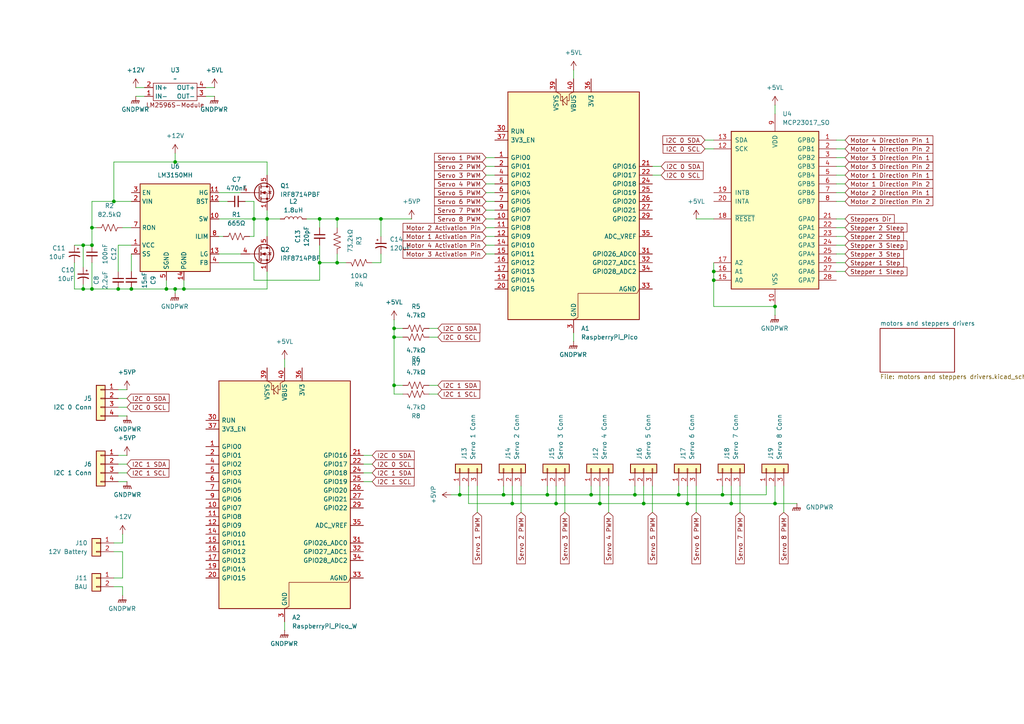
<source format=kicad_sch>
(kicad_sch (version 20250114) (generator "eeschema") (generator_version "9.0")
  (paper "A4")
  (lib_symbols
    (symbol "Connector_Generic:Conn_01x02" (pin_names (offset 1.016) (hide yes))
      (property "Reference" "J" (at 0 2.54 0))
      (property "Value" "Conn_01x02" (at 0 -5.08 0))
      (symbol "Conn_01x02_1_1"
        (pin passive line (at -5.08 0 0) (length 3.81) (name "Pin_1") (number "1"))
        (pin passive line (at -5.08 -2.54 0) (length 3.81) (name "Pin_2") (number "2"))
      )
    )
    (symbol "Connector_Generic:Conn_01x03" (pin_names (offset 1.016) (hide yes))
      (property "Reference" "J" (at 0 5.08 0))
      (property "Value" "Conn_01x03" (at 0 -5.08 0))
      (symbol "Conn_01x03_1_1"
        (pin passive line (at -5.08 2.54 0) (length 3.81) (name "Pin_1") (number "1"))
        (pin passive line (at -5.08 0 0) (length 3.81) (name "Pin_2") (number "2"))
        (pin passive line (at -5.08 -2.54 0) (length 3.81) (name "Pin_3") (number "3"))
      )
    )
    (symbol "Connector_Generic:Conn_01x04" (pin_names (offset 1.016) (hide yes))
      (property "Reference" "J" (at 0 5.08 0))
      (property "Value" "Conn_01x04" (at 0 -7.62 0))
      (symbol "Conn_01x04_1_1"
        (pin passive line (at -5.08 2.54 0) (length 3.81) (name "Pin_1") (number "1"))
        (pin passive line (at -5.08 0 0) (length 3.81) (name "Pin_2") (number "2"))
        (pin passive line (at -5.08 -2.54 0) (length 3.81) (name "Pin_3") (number "3"))
        (pin passive line (at -5.08 -5.08 0) (length 3.81) (name "Pin_4") (number "4"))
      )
    )
    (symbol "Device:C_Polarized_Small_US" (pin_numbers (hide yes)) (pin_names (offset 0.254) (hide yes))
      (property "Reference" "C" (at 0.254 1.778 0))
      (property "Value" "C_Polarized_Small_US" (at 0.254 -2.032 0))
      (symbol "C_Polarized_Small_US_1_1"
        (pin passive line (at 0 2.54 270) (length 2.032) (name "~") (number "1"))
        (pin passive line (at 0 -2.54 90) (length 2.032) (name "~") (number "2"))
      )
    )
    (symbol "Device:C_Small" (pin_numbers (hide yes)) (pin_names (offset 0.254) (hide yes))
      (property "Reference" "C" (at 0.254 1.778 0))
      (property "Value" "C_Small" (at 0.254 -2.032 0))
      (symbol "C_Small_1_1"
        (pin passive line (at 0 2.54 270) (length 2.032) (name "~") (number "1"))
        (pin passive line (at 0 -2.54 90) (length 2.032) (name "~") (number "2"))
      )
    )
    (symbol "Device:L" (pin_numbers (hide yes)) (pin_names (offset 1.016) (hide yes))
      (property "Reference" "L" (at -1.27 0 90))
      (property "Value" "L" (at 1.905 0 90))
      (symbol "L_1_1"
        (pin passive line (at 0 3.81 270) (length 1.27) (name "1") (number "1"))
        (pin passive line (at 0 -3.81 90) (length 1.27) (name "2") (number "2"))
      )
    )
    (symbol "Device:R_US" (pin_numbers (hide yes)) (pin_names (offset 0))
      (property "Reference" "R" (at 2.54 0 90))
      (property "Value" "R_US" (at -2.54 0 90))
      (symbol "R_US_1_1"
        (pin passive line (at 0 3.81 270) (length 1.27) (name "~") (number "1"))
        (pin passive line (at 0 -3.81 90) (length 1.27) (name "~") (number "2"))
      )
    )
    (symbol "Interface_Expansion:MCP23017_SO" (pin_names (offset 1.016))
      (property "Reference" "U" (at -11.43 24.13 0))
      (property "Value" "MCP23017_SO" (at 0 0 0))
      (symbol "MCP23017_SO_1_1"
        (pin bidirectional line (at -17.78 20.32 0) (length 5.08) (name "SDA") (number "13"))
        (pin input line (at -17.78 17.78 0) (length 5.08) (name "SCK") (number "12"))
        (pin tri_state line (at -17.78 5.08 0) (length 5.08) (name "INTB") (number "19"))
        (pin tri_state line (at -17.78 2.54 0) (length 5.08) (name "INTA") (number "20"))
        (pin input line (at -17.78 -2.54 0) (length 5.08) (name "~{RESET}") (number "18"))
        (pin input line (at -17.78 -15.24 0) (length 5.08) (name "A2") (number "17"))
        (pin input line (at -17.78 -17.78 0) (length 5.08) (name "A1") (number "16"))
        (pin input line (at -17.78 -20.32 0) (length 5.08) (name "A0") (number "15"))
        (pin no_connect line (at -12.7 15.24 0) (length 5.08) (hide yes) (name "NC") (number "11"))
        (pin no_connect line (at -12.7 12.7 0) (length 5.08) (hide yes) (name "NC") (number "14"))
        (pin power_in line (at 0 27.94 270) (length 5.08) (name "VDD") (number "9"))
        (pin power_in line (at 0 -27.94 90) (length 5.08) (name "VSS") (number "10"))
        (pin bidirectional line (at 17.78 20.32 180) (length 5.08) (name "GPB0") (number "1"))
        (pin bidirectional line (at 17.78 17.78 180) (length 5.08) (name "GPB1") (number "2"))
        (pin bidirectional line (at 17.78 15.24 180) (length 5.08) (name "GPB2") (number "3"))
        (pin bidirectional line (at 17.78 12.7 180) (length 5.08) (name "GPB3") (number "4"))
        (pin bidirectional line (at 17.78 10.16 180) (length 5.08) (name "GPB4") (number "5"))
        (pin bidirectional line (at 17.78 7.62 180) (length 5.08) (name "GPB5") (number "6"))
        (pin bidirectional line (at 17.78 5.08 180) (length 5.08) (name "GPB6") (number "7"))
        (pin output line (at 17.78 2.54 180) (length 5.08) (name "GPB7") (number "8"))
        (pin bidirectional line (at 17.78 -2.54 180) (length 5.08) (name "GPA0") (number "21"))
        (pin bidirectional line (at 17.78 -5.08 180) (length 5.08) (name "GPA1") (number "22"))
        (pin bidirectional line (at 17.78 -7.62 180) (length 5.08) (name "GPA2") (number "23"))
        (pin bidirectional line (at 17.78 -10.16 180) (length 5.08) (name "GPA3") (number "24"))
        (pin bidirectional line (at 17.78 -12.7 180) (length 5.08) (name "GPA4") (number "25"))
        (pin bidirectional line (at 17.78 -15.24 180) (length 5.08) (name "GPA5") (number "26"))
        (pin bidirectional line (at 17.78 -17.78 180) (length 5.08) (name "GPA6") (number "27"))
        (pin output line (at 17.78 -20.32 180) (length 5.08) (name "GPA7") (number "28"))
      )
    )
    (symbol "LM2596S-Module:LM2596S-Module"
      (property "Reference" "U" (at 0 3.556 0))
      (symbol "LM2596S-Module_1_1"
        (text "LM2596S-Module" (at 0 -3.81 0) (effects (font (size 1.27 1.27))))
        (pin input line (at -8.89 1.27 0) (length 2.54) (name "IN+") (number "2"))
        (pin input line (at -8.89 -1.27 0) (length 2.54) (name "IN-") (number "1"))
        (pin input line (at 8.89 1.27 180) (length 2.54) (name "OUT+") (number "4"))
        (pin input line (at 8.89 -1.27 180) (length 2.54) (name "OUT-") (number "3"))
      )
    )
    (symbol "MCU_Module:RaspberryPi_Pico" (pin_names (offset 0.762))
      (property "Reference" "A" (at -19.05 35.56 0))
      (property "Value" "RaspberryPi_Pico" (at 7.62 35.56 0))
      (symbol "RaspberryPi_Pico_1_1"
        (pin passive line (at -22.86 22.86 0) (length 3.81) (name "RUN") (number "30"))
        (pin passive line (at -22.86 20.32 0) (length 3.81) (name "3V3_EN") (number "37"))
        (pin bidirectional line (at -22.86 15.24 0) (length 3.81) (name "GPIO0") (number "1"))
        (pin bidirectional line (at -22.86 12.7 0) (length 3.81) (name "GPIO1") (number "2"))
        (pin bidirectional line (at -22.86 10.16 0) (length 3.81) (name "GPIO2") (number "4"))
        (pin bidirectional line (at -22.86 7.62 0) (length 3.81) (name "GPIO3") (number "5"))
        (pin bidirectional line (at -22.86 5.08 0) (length 3.81) (name "GPIO4") (number "6"))
        (pin bidirectional line (at -22.86 2.54 0) (length 3.81) (name "GPIO5") (number "7"))
        (pin bidirectional line (at -22.86 0 0) (length 3.81) (name "GPIO6") (number "9"))
        (pin bidirectional line (at -22.86 -2.54 0) (length 3.81) (name "GPIO7") (number "10"))
        (pin bidirectional line (at -22.86 -5.08 0) (length 3.81) (name "GPIO8") (number "11"))
        (pin bidirectional line (at -22.86 -7.62 0) (length 3.81) (name "GPIO9") (number "12"))
        (pin bidirectional line (at -22.86 -10.16 0) (length 3.81) (name "GPIO10") (number "14"))
        (pin bidirectional line (at -22.86 -12.7 0) (length 3.81) (name "GPIO11") (number "15"))
        (pin bidirectional line (at -22.86 -15.24 0) (length 3.81) (name "GPIO12") (number "16"))
        (pin bidirectional line (at -22.86 -17.78 0) (length 3.81) (name "GPIO13") (number "17"))
        (pin bidirectional line (at -22.86 -20.32 0) (length 3.81) (name "GPIO14") (number "19"))
        (pin bidirectional line (at -22.86 -22.86 0) (length 3.81) (name "GPIO15") (number "20"))
        (pin power_in line (at -5.08 38.1 270) (length 3.81) (name "VSYS") (number "39"))
        (pin power_out line (at 0 38.1 270) (length 3.81) (name "VBUS") (number "40"))
        (pin passive line (at 0 -35.56 90) (length 3.81) (hide yes) (name "GND") (number "13"))
        (pin passive line (at 0 -35.56 90) (length 3.81) (hide yes) (name "GND") (number "18"))
        (pin passive line (at 0 -35.56 90) (length 3.81) (hide yes) (name "GND") (number "23"))
        (pin passive line (at 0 -35.56 90) (length 3.81) (hide yes) (name "GND") (number "28"))
        (pin power_out line (at 0 -35.56 90) (length 3.81) (name "GND") (number "3"))
        (pin passive line (at 0 -35.56 90) (length 3.81) (hide yes) (name "GND") (number "38"))
        (pin passive line (at 0 -35.56 90) (length 3.81) (hide yes) (name "GND") (number "8"))
        (pin power_out line (at 5.08 38.1 270) (length 3.81) (name "3V3") (number "36"))
        (pin bidirectional line (at 22.86 12.7 180) (length 3.81) (name "GPIO16") (number "21"))
        (pin bidirectional line (at 22.86 10.16 180) (length 3.81) (name "GPIO17") (number "22"))
        (pin bidirectional line (at 22.86 7.62 180) (length 3.81) (name "GPIO18") (number "24"))
        (pin bidirectional line (at 22.86 5.08 180) (length 3.81) (name "GPIO19") (number "25"))
        (pin bidirectional line (at 22.86 2.54 180) (length 3.81) (name "GPIO20") (number "26"))
        (pin bidirectional line (at 22.86 0 180) (length 3.81) (name "GPIO21") (number "27"))
        (pin bidirectional line (at 22.86 -2.54 180) (length 3.81) (name "GPIO22") (number "29"))
        (pin power_in line (at 22.86 -7.62 180) (length 3.81) (name "ADC_VREF") (number "35"))
        (pin bidirectional line (at 22.86 -12.7 180) (length 3.81) (name "GPIO26_ADC0") (number "31"))
        (pin bidirectional line (at 22.86 -15.24 180) (length 3.81) (name "GPIO27_ADC1") (number "32"))
        (pin bidirectional line (at 22.86 -17.78 180) (length 3.81) (name "GPIO28_ADC2") (number "34"))
        (pin power_out line (at 22.86 -22.86 180) (length 3.81) (name "AGND") (number "33"))
      )
    )
    (symbol "MCU_Module:RaspberryPi_Pico_W" (pin_names (offset 0.762))
      (property "Reference" "A" (at -19.05 35.56 0))
      (property "Value" "RaspberryPi_Pico_W" (at 7.62 35.56 0))
      (symbol "RaspberryPi_Pico_W_1_1"
        (pin passive line (at -22.86 22.86 0) (length 3.81) (name "RUN") (number "30"))
        (pin passive line (at -22.86 20.32 0) (length 3.81) (name "3V3_EN") (number "37"))
        (pin bidirectional line (at -22.86 15.24 0) (length 3.81) (name "GPIO0") (number "1"))
        (pin bidirectional line (at -22.86 12.7 0) (length 3.81) (name "GPIO1") (number "2"))
        (pin bidirectional line (at -22.86 10.16 0) (length 3.81) (name "GPIO2") (number "4"))
        (pin bidirectional line (at -22.86 7.62 0) (length 3.81) (name "GPIO3") (number "5"))
        (pin bidirectional line (at -22.86 5.08 0) (length 3.81) (name "GPIO4") (number "6"))
        (pin bidirectional line (at -22.86 2.54 0) (length 3.81) (name "GPIO5") (number "7"))
        (pin bidirectional line (at -22.86 0 0) (length 3.81) (name "GPIO6") (number "9"))
        (pin bidirectional line (at -22.86 -2.54 0) (length 3.81) (name "GPIO7") (number "10"))
        (pin bidirectional line (at -22.86 -5.08 0) (length 3.81) (name "GPIO8") (number "11"))
        (pin bidirectional line (at -22.86 -7.62 0) (length 3.81) (name "GPIO9") (number "12"))
        (pin bidirectional line (at -22.86 -10.16 0) (length 3.81) (name "GPIO10") (number "14"))
        (pin bidirectional line (at -22.86 -12.7 0) (length 3.81) (name "GPIO11") (number "15"))
        (pin bidirectional line (at -22.86 -15.24 0) (length 3.81) (name "GPIO12") (number "16"))
        (pin bidirectional line (at -22.86 -17.78 0) (length 3.81) (name "GPIO13") (number "17"))
        (pin bidirectional line (at -22.86 -20.32 0) (length 3.81) (name "GPIO14") (number "19"))
        (pin bidirectional line (at -22.86 -22.86 0) (length 3.81) (name "GPIO15") (number "20"))
        (pin power_in line (at -5.08 38.1 270) (length 3.81) (name "VSYS") (number "39"))
        (pin power_out line (at 0 38.1 270) (length 3.81) (name "VBUS") (number "40"))
        (pin passive line (at 0 -35.56 90) (length 3.81) (hide yes) (name "GND") (number "13"))
        (pin passive line (at 0 -35.56 90) (length 3.81) (hide yes) (name "GND") (number "18"))
        (pin passive line (at 0 -35.56 90) (length 3.81) (hide yes) (name "GND") (number "23"))
        (pin passive line (at 0 -35.56 90) (length 3.81) (hide yes) (name "GND") (number "28"))
        (pin power_out line (at 0 -35.56 90) (length 3.81) (name "GND") (number "3"))
        (pin passive line (at 0 -35.56 90) (length 3.81) (hide yes) (name "GND") (number "38"))
        (pin passive line (at 0 -35.56 90) (length 3.81) (hide yes) (name "GND") (number "8"))
        (pin power_out line (at 5.08 38.1 270) (length 3.81) (name "3V3") (number "36"))
        (pin bidirectional line (at 22.86 12.7 180) (length 3.81) (name "GPIO16") (number "21"))
        (pin bidirectional line (at 22.86 10.16 180) (length 3.81) (name "GPIO17") (number "22"))
        (pin bidirectional line (at 22.86 7.62 180) (length 3.81) (name "GPIO18") (number "24"))
        (pin bidirectional line (at 22.86 5.08 180) (length 3.81) (name "GPIO19") (number "25"))
        (pin bidirectional line (at 22.86 2.54 180) (length 3.81) (name "GPIO20") (number "26"))
        (pin bidirectional line (at 22.86 0 180) (length 3.81) (name "GPIO21") (number "27"))
        (pin bidirectional line (at 22.86 -2.54 180) (length 3.81) (name "GPIO22") (number "29"))
        (pin power_in line (at 22.86 -7.62 180) (length 3.81) (name "ADC_VREF") (number "35"))
        (pin bidirectional line (at 22.86 -12.7 180) (length 3.81) (name "GPIO26_ADC0") (number "31"))
        (pin bidirectional line (at 22.86 -15.24 180) (length 3.81) (name "GPIO27_ADC1") (number "32"))
        (pin bidirectional line (at 22.86 -17.78 180) (length 3.81) (name "GPIO28_ADC2") (number "34"))
        (pin power_out line (at 22.86 -22.86 180) (length 3.81) (name "AGND") (number "33"))
      )
    )
    (symbol "Regulator_Switching:LM3150MH"
      (property "Reference" "U" (at -10.16 13.97 0))
      (property "Value" "LM3150MH" (at 2.54 13.97 0))
      (symbol "LM3150MH_1_1"
        (pin input line (at -12.7 10.16 0) (length 2.54) (name "EN") (number "3"))
        (pin power_in line (at -12.7 7.62 0) (length 2.54) (name "VIN") (number "2"))
        (pin input line (at -12.7 0 0) (length 2.54) (name "RON") (number "7"))
        (pin power_out line (at -12.7 -5.08 0) (length 2.54) (name "VCC") (number "1"))
        (pin passive line (at -12.7 -7.62 0) (length 2.54) (name "SS") (number "6"))
        (pin passive line (at -2.54 -15.24 90) (length 2.54) (hide yes) (name "SGND") (number "15"))
        (pin power_in line (at -2.54 -15.24 90) (length 2.54) (name "SGND") (number "5"))
        (pin passive line (at -2.54 -15.24 90) (length 2.54) (hide yes) (name "SGND") (number "9"))
        (pin power_in line (at 2.54 -15.24 90) (length 2.54) (name "PGND") (number "14"))
        (pin output line (at 12.7 10.16 180) (length 2.54) (name "HG") (number "11"))
        (pin passive line (at 12.7 7.62 180) (length 2.54) (name "BST") (number "12"))
        (pin output line (at 12.7 2.54 180) (length 2.54) (name "SW") (number "10"))
        (pin input line (at 12.7 -2.54 180) (length 2.54) (name "ILIM") (number "8"))
        (pin output line (at 12.7 -7.62 180) (length 2.54) (name "LG") (number "13"))
        (pin input line (at 12.7 -10.16 180) (length 2.54) (name "FB") (number "4"))
      )
    )
    (symbol "Transistor_FET:IRF8721PBF-1" (pin_names (hide yes))
      (property "Reference" "Q" (at 5.08 2.54 0))
      (property "Value" "IRF8721PBF-1" (at 5.08 0 0))
      (symbol "IRF8721PBF-1_1_1"
        (pin input line (at -5.08 0 0) (length 2.54) (name "G") (number "4"))
        (pin passive line (at 2.54 5.08 270) (length 2.54) (name "D") (number "5"))
        (pin passive line (at 2.54 5.08 270) (length 2.54) (hide yes) (name "D") (number "6"))
        (pin passive line (at 2.54 5.08 270) (length 2.54) (hide yes) (name "D") (number "7"))
        (pin passive line (at 2.54 5.08 270) (length 2.54) (hide yes) (name "D") (number "8"))
        (pin passive line (at 2.54 -5.08 90) (length 2.54) (name "S") (number "1"))
        (pin passive line (at 2.54 -5.08 90) (length 2.54) (hide yes) (name "S") (number "2"))
        (pin passive line (at 2.54 -5.08 90) (length 2.54) (hide yes) (name "S") (number "3"))
      )
    )
    (symbol "power:+12V" (power) (pin_numbers (hide yes)) (pin_names (offset 0) (hide yes))
      (property "Value" "+12V" (at 0 3.556 0))
      (symbol "+12V_1_1"
        (pin power_in line (at 0 0 90) (length 0) (name "~") (number "1"))
      )
    )
    (symbol "power:+5VL" (power) (pin_numbers (hide yes)) (pin_names (offset 0) (hide yes))
      (property "Value" "+5VL" (at 0 3.556 0))
      (symbol "+5VL_1_1"
        (pin power_in line (at 0 0 90) (length 0) (name "~") (number "1"))
      )
    )
    (symbol "power:+5VP" (power) (pin_numbers (hide yes)) (pin_names (offset 0) (hide yes))
      (property "Value" "+5VP" (at 0 3.556 0))
      (symbol "+5VP_1_1"
        (pin power_in line (at 0 0 90) (length 0) (name "~") (number "1"))
      )
    )
    (symbol "power:GNDPWR" (power) (pin_numbers (hide yes)) (pin_names (offset 0) (hide yes))
      (property "Value" "GNDPWR" (at 0 -3.302 0))
      (symbol "GNDPWR_1_1"
        (pin power_in line (at 0 0 270) (length 0) (name "~") (number "1"))
      )
    )
  )
  (junction (at 26.67 66.04))
  (junction (at 224.79 88.9))
  (junction (at 50.8 83.82))
  (junction (at 38.1 83.82))
  (junction (at 48.26 83.82))
  (junction (at 207.01 81.28))
  (junction (at 34.29 83.82))
  (junction (at 133.35 143.51))
  (junction (at 184.15 143.51))
  (junction (at 209.55 143.51))
  (junction (at 110.49 63.5))
  (junction (at 53.34 83.82))
  (junction (at 73.66 63.5))
  (junction (at 114.3 97.79))
  (junction (at 196.85 143.51))
  (junction (at 207.01 78.74))
  (junction (at 77.47 63.5))
  (junction (at 33.02 58.42))
  (junction (at 26.67 71.12))
  (junction (at 148.59 146.05))
  (junction (at 97.79 76.2))
  (junction (at 24.13 71.12))
  (junction (at 50.8 46.99))
  (junction (at 171.45 143.51))
  (junction (at 92.71 63.5))
  (junction (at 158.75 143.51))
  (junction (at 173.99 146.05))
  (junction (at 186.69 146.05))
  (junction (at 212.09 146.05))
  (junction (at 114.3 95.25))
  (junction (at 224.79 146.05))
  (junction (at 26.67 83.82))
  (junction (at 24.13 83.82))
  (junction (at 146.05 143.51))
  (junction (at 114.3 111.76))
  (junction (at 97.79 63.5))
  (junction (at 92.71 76.2))
  (junction (at 161.29 146.05))
  (junction (at 199.39 146.05))
  (wire (pts (xy 207.01 76.2) (xy 207.01 78.74)))
  (wire (pts (xy 148.59 146.05) (xy 161.29 146.05)))
  (wire (pts (xy 77.47 60.96) (xy 77.47 63.5)))
  (wire (pts (xy 204.47 40.64) (xy 207.01 40.64)))
  (wire (pts (xy 146.05 143.51) (xy 146.05 140.97)))
  (wire (pts (xy 140.97 73.66) (xy 143.51 73.66)))
  (wire (pts (xy 26.67 66.04) (xy 27.94 66.04)))
  (wire (pts (xy 196.85 143.51) (xy 196.85 140.97)))
  (wire (pts (xy 72.39 68.58) (xy 73.66 68.58)))
  (wire (pts (xy 127 95.25) (xy 124.46 95.25)))
  (wire (pts (xy 34.29 118.11) (xy 36.83 118.11)))
  (wire (pts (xy 245.11 43.18) (xy 242.57 43.18)))
  (wire (pts (xy 245.11 50.8) (xy 242.57 50.8)))
  (wire (pts (xy 34.29 115.57) (xy 36.83 115.57)))
  (wire (pts (xy 63.5 58.42) (xy 66.04 58.42)))
  (wire (pts (xy 209.55 143.51) (xy 209.55 140.97)))
  (wire (pts (xy 33.02 170.18) (xy 35.56 170.18)))
  (wire (pts (xy 24.13 82.55) (xy 24.13 83.82)))
  (wire (pts (xy 26.67 58.42) (xy 26.67 66.04)))
  (wire (pts (xy 148.59 146.05) (xy 148.59 140.97)))
  (wire (pts (xy 166.37 96.52) (xy 166.37 99.06)))
  (wire (pts (xy 35.56 154.94) (xy 35.56 157.48)))
  (wire (pts (xy 245.11 68.58) (xy 242.57 68.58)))
  (wire (pts (xy 140.97 48.26) (xy 143.51 48.26)))
  (wire (pts (xy 201.93 148.59) (xy 201.93 140.97)))
  (wire (pts (xy 245.11 66.04) (xy 242.57 66.04)))
  (wire (pts (xy 21.59 83.82) (xy 24.13 83.82)))
  (wire (pts (xy 186.69 146.05) (xy 199.39 146.05)))
  (wire (pts (xy 135.89 146.05) (xy 148.59 146.05)))
  (wire (pts (xy 140.97 58.42) (xy 143.51 58.42)))
  (wire (pts (xy 176.53 148.59) (xy 176.53 140.97)))
  (wire (pts (xy 158.75 143.51) (xy 171.45 143.51)))
  (wire (pts (xy 201.93 63.5) (xy 207.01 63.5)))
  (wire (pts (xy 186.69 146.05) (xy 186.69 140.97)))
  (wire (pts (xy 110.49 68.58) (xy 110.49 63.5)))
  (wire (pts (xy 33.02 157.48) (xy 35.56 157.48)))
  (wire (pts (xy 212.09 146.05) (xy 212.09 140.97)))
  (wire (pts (xy 110.49 76.2) (xy 107.95 76.2)))
  (wire (pts (xy 73.66 63.5) (xy 73.66 68.58)))
  (wire (pts (xy 77.47 63.5) (xy 81.28 63.5)))
  (wire (pts (xy 166.37 20.32) (xy 166.37 22.86)))
  (wire (pts (xy 24.13 71.12) (xy 26.67 71.12)))
  (wire (pts (xy 50.8 46.99) (xy 33.02 46.99)))
  (wire (pts (xy 38.1 83.82) (xy 48.26 83.82)))
  (wire (pts (xy 82.55 180.34) (xy 82.55 182.88)))
  (wire (pts (xy 88.9 63.5) (xy 92.71 63.5)))
  (wire (pts (xy 163.83 148.59) (xy 163.83 140.97)))
  (wire (pts (xy 24.13 77.47) (xy 24.13 71.12)))
  (wire (pts (xy 224.79 30.48) (xy 224.79 33.02)))
  (wire (pts (xy 73.66 63.5) (xy 77.47 63.5)))
  (wire (pts (xy 59.69 27.94) (xy 62.23 27.94)))
  (wire (pts (xy 77.47 63.5) (xy 77.47 68.58)))
  (wire (pts (xy 110.49 73.66) (xy 110.49 76.2)))
  (wire (pts (xy 73.66 76.2) (xy 63.5 76.2)))
  (wire (pts (xy 245.11 76.2) (xy 242.57 76.2)))
  (wire (pts (xy 138.43 148.59) (xy 138.43 140.97)))
  (wire (pts (xy 151.13 148.59) (xy 151.13 140.97)))
  (wire (pts (xy 35.56 160.02) (xy 35.56 167.64)))
  (wire (pts (xy 33.02 46.99) (xy 33.02 58.42)))
  (wire (pts (xy 77.47 83.82) (xy 53.34 83.82)))
  (wire (pts (xy 171.45 143.51) (xy 171.45 140.97)))
  (wire (pts (xy 97.79 76.2) (xy 100.33 76.2)))
  (wire (pts (xy 173.99 146.05) (xy 186.69 146.05)))
  (wire (pts (xy 222.25 143.51) (xy 222.25 140.97)))
  (wire (pts (xy 133.35 143.51) (xy 146.05 143.51)))
  (wire (pts (xy 114.3 92.71) (xy 114.3 95.25)))
  (wire (pts (xy 105.41 137.16) (xy 107.95 137.16)))
  (wire (pts (xy 38.1 73.66) (xy 38.1 78.74)))
  (wire (pts (xy 114.3 114.3) (xy 116.84 114.3)))
  (wire (pts (xy 77.47 78.74) (xy 77.47 83.82)))
  (wire (pts (xy 36.83 139.7) (xy 34.29 139.7)))
  (wire (pts (xy 77.47 50.8) (xy 77.47 46.99)))
  (wire (pts (xy 224.79 88.9) (xy 224.79 91.44)))
  (wire (pts (xy 184.15 143.51) (xy 184.15 140.97)))
  (wire (pts (xy 224.79 146.05) (xy 224.79 140.97)))
  (wire (pts (xy 26.67 66.04) (xy 26.67 71.12)))
  (wire (pts (xy 146.05 143.51) (xy 158.75 143.51)))
  (wire (pts (xy 82.55 104.14) (xy 82.55 106.68)))
  (wire (pts (xy 34.29 137.16) (xy 36.83 137.16)))
  (wire (pts (xy 199.39 146.05) (xy 199.39 140.97)))
  (wire (pts (xy 207.01 81.28) (xy 207.01 88.9)))
  (wire (pts (xy 92.71 63.5) (xy 92.71 66.04)))
  (wire (pts (xy 110.49 63.5) (xy 119.38 63.5)))
  (wire (pts (xy 33.02 58.42) (xy 38.1 58.42)))
  (wire (pts (xy 161.29 146.05) (xy 173.99 146.05)))
  (wire (pts (xy 77.47 46.99) (xy 50.8 46.99)))
  (wire (pts (xy 140.97 63.5) (xy 143.51 63.5)))
  (wire (pts (xy 140.97 50.8) (xy 143.51 50.8)))
  (wire (pts (xy 207.01 78.74) (xy 207.01 81.28)))
  (wire (pts (xy 135.89 146.05) (xy 135.89 140.97)))
  (wire (pts (xy 35.56 160.02) (xy 33.02 160.02)))
  (wire (pts (xy 173.99 146.05) (xy 173.99 140.97)))
  (wire (pts (xy 140.97 68.58) (xy 143.51 68.58)))
  (wire (pts (xy 107.95 132.08) (xy 105.41 132.08)))
  (wire (pts (xy 92.71 63.5) (xy 97.79 63.5)))
  (wire (pts (xy 133.35 143.51) (xy 133.35 140.97)))
  (wire (pts (xy 92.71 81.28) (xy 92.71 76.2)))
  (wire (pts (xy 73.66 76.2) (xy 73.66 81.28)))
  (wire (pts (xy 34.29 71.12) (xy 38.1 71.12)))
  (wire (pts (xy 199.39 146.05) (xy 212.09 146.05)))
  (wire (pts (xy 114.3 95.25) (xy 114.3 97.79)))
  (wire (pts (xy 114.3 97.79) (xy 114.3 111.76)))
  (wire (pts (xy 35.56 66.04) (xy 38.1 66.04)))
  (wire (pts (xy 227.33 148.59) (xy 227.33 140.97)))
  (wire (pts (xy 245.11 58.42) (xy 242.57 58.42)))
  (wire (pts (xy 26.67 83.82) (xy 34.29 83.82)))
  (wire (pts (xy 245.11 48.26) (xy 242.57 48.26)))
  (wire (pts (xy 92.71 76.2) (xy 97.79 76.2)))
  (wire (pts (xy 48.26 81.28) (xy 48.26 83.82)))
  (wire (pts (xy 36.83 113.03) (xy 34.29 113.03)))
  (wire (pts (xy 214.63 148.59) (xy 214.63 140.97)))
  (wire (pts (xy 50.8 83.82) (xy 53.34 83.82)))
  (wire (pts (xy 245.11 53.34) (xy 242.57 53.34)))
  (wire (pts (xy 184.15 143.51) (xy 196.85 143.51)))
  (wire (pts (xy 207.01 88.9) (xy 224.79 88.9)))
  (wire (pts (xy 196.85 143.51) (xy 209.55 143.51)))
  (wire (pts (xy 245.11 55.88) (xy 242.57 55.88)))
  (wire (pts (xy 35.56 167.64) (xy 33.02 167.64)))
  (wire (pts (xy 204.47 43.18) (xy 207.01 43.18)))
  (wire (pts (xy 107.95 134.62) (xy 105.41 134.62)))
  (wire (pts (xy 21.59 71.12) (xy 24.13 71.12)))
  (wire (pts (xy 34.29 78.74) (xy 34.29 71.12)))
  (wire (pts (xy 116.84 95.25) (xy 114.3 95.25)))
  (wire (pts (xy 130.81 143.51) (xy 133.35 143.51)))
  (wire (pts (xy 140.97 55.88) (xy 143.51 55.88)))
  (wire (pts (xy 36.83 132.08) (xy 34.29 132.08)))
  (wire (pts (xy 59.69 25.4) (xy 62.23 25.4)))
  (wire (pts (xy 114.3 97.79) (xy 116.84 97.79)))
  (wire (pts (xy 97.79 76.2) (xy 97.79 73.66)))
  (wire (pts (xy 92.71 71.12) (xy 92.71 76.2)))
  (wire (pts (xy 127 111.76) (xy 124.46 111.76)))
  (wire (pts (xy 245.11 71.12) (xy 242.57 71.12)))
  (wire (pts (xy 171.45 143.51) (xy 184.15 143.51)))
  (wire (pts (xy 189.23 48.26) (xy 191.77 48.26)))
  (wire (pts (xy 34.29 134.62) (xy 36.83 134.62)))
  (wire (pts (xy 209.55 143.51) (xy 222.25 143.51)))
  (wire (pts (xy 73.66 58.42) (xy 73.66 63.5)))
  (wire (pts (xy 245.11 73.66) (xy 242.57 73.66)))
  (wire (pts (xy 21.59 76.2) (xy 21.59 83.82)))
  (wire (pts (xy 189.23 50.8) (xy 191.77 50.8)))
  (wire (pts (xy 127 114.3) (xy 124.46 114.3)))
  (wire (pts (xy 158.75 143.51) (xy 158.75 140.97)))
  (wire (pts (xy 212.09 146.05) (xy 224.79 146.05)))
  (wire (pts (xy 140.97 53.34) (xy 143.51 53.34)))
  (wire (pts (xy 224.79 146.05) (xy 231.14 146.05)))
  (wire (pts (xy 24.13 83.82) (xy 26.67 83.82)))
  (wire (pts (xy 26.67 58.42) (xy 33.02 58.42)))
  (wire (pts (xy 39.37 27.94) (xy 41.91 27.94)))
  (wire (pts (xy 50.8 44.45) (xy 50.8 46.99)))
  (wire (pts (xy 140.97 45.72) (xy 143.51 45.72)))
  (wire (pts (xy 50.8 83.82) (xy 50.8 85.09)))
  (wire (pts (xy 140.97 71.12) (xy 143.51 71.12)))
  (wire (pts (xy 35.56 170.18) (xy 35.56 172.72)))
  (wire (pts (xy 63.5 63.5) (xy 73.66 63.5)))
  (wire (pts (xy 48.26 83.82) (xy 50.8 83.82)))
  (wire (pts (xy 36.83 120.65) (xy 34.29 120.65)))
  (wire (pts (xy 189.23 148.59) (xy 189.23 140.97)))
  (wire (pts (xy 245.11 40.64) (xy 242.57 40.64)))
  (wire (pts (xy 53.34 81.28) (xy 53.34 83.82)))
  (wire (pts (xy 71.12 58.42) (xy 73.66 58.42)))
  (wire (pts (xy 39.37 25.4) (xy 41.91 25.4)))
  (wire (pts (xy 140.97 60.96) (xy 143.51 60.96)))
  (wire (pts (xy 114.3 111.76) (xy 114.3 114.3)))
  (wire (pts (xy 73.66 81.28) (xy 92.71 81.28)))
  (wire (pts (xy 127 97.79) (xy 124.46 97.79)))
  (wire (pts (xy 63.5 68.58) (xy 64.77 68.58)))
  (wire (pts (xy 161.29 146.05) (xy 161.29 140.97)))
  (wire (pts (xy 34.29 83.82) (xy 38.1 83.82)))
  (wire (pts (xy 245.11 45.72) (xy 242.57 45.72)))
  (wire (pts (xy 97.79 66.04) (xy 97.79 63.5)))
  (wire (pts (xy 63.5 55.88) (xy 69.85 55.88)))
  (wire (pts (xy 245.11 78.74) (xy 242.57 78.74)))
  (wire (pts (xy 245.11 63.5) (xy 242.57 63.5)))
  (wire (pts (xy 26.67 76.2) (xy 26.67 83.82)))
  (wire (pts (xy 116.84 111.76) (xy 114.3 111.76)))
  (wire (pts (xy 63.5 73.66) (xy 69.85 73.66)))
  (wire (pts (xy 140.97 66.04) (xy 143.51 66.04)))
  (wire (pts (xy 105.41 139.7) (xy 107.95 139.7)))
  (wire (pts (xy 97.79 63.5) (xy 110.49 63.5)))
  (global_label "Motor 2 Direction Pin 2" (shape input) (at 245.11 58.42 0) (property "Intersheetrefs" "${INTERSHEET_REFS}" (effects (hide yes))))
  (global_label "Stepper 1 Step" (shape input) (at 245.11 76.2 0) (property "Intersheetrefs" "${INTERSHEET_REFS}" (effects (hide yes))))
  (global_label "I2C 0 SDA" (shape input) (at 204.47 40.64 180) (property "Intersheetrefs" "${INTERSHEET_REFS}" (effects (hide yes))))
  (global_label "Servo 2 PWM" (shape input) (at 151.13 148.59 270) (property "Intersheetrefs" "${INTERSHEET_REFS}" (effects (hide yes))))
  (global_label "I2C 1 SCL" (shape input) (at 36.83 137.16 0) (property "Intersheetrefs" "${INTERSHEET_REFS}" (effects (hide yes))))
  (global_label "Motor 2 Activation Pin" (shape input) (at 140.97 66.04 180) (property "Intersheetrefs" "${INTERSHEET_REFS}" (effects (hide yes))))
  (global_label "I2C 0 SDA" (shape input) (at 127 95.25 0) (property "Intersheetrefs" "${INTERSHEET_REFS}" (effects (hide yes))))
  (global_label "I2C 1 SDA" (shape input) (at 127 111.76 0) (property "Intersheetrefs" "${INTERSHEET_REFS}" (effects (hide yes))))
  (global_label "Servo 3 PWM" (shape input) (at 163.83 148.59 270) (property "Intersheetrefs" "${INTERSHEET_REFS}" (effects (hide yes))))
  (global_label "I2C 0 SDA" (shape input) (at 107.95 132.08 0) (property "Intersheetrefs" "${INTERSHEET_REFS}" (effects (hide yes))))
  (global_label "Servo 5 PWM" (shape input) (at 189.23 148.59 270) (property "Intersheetrefs" "${INTERSHEET_REFS}" (effects (hide yes))))
  (global_label "Stepper 2 Sleep" (shape input) (at 245.11 66.04 0) (property "Intersheetrefs" "${INTERSHEET_REFS}" (effects (hide yes))))
  (global_label "Stepper 1 Sleep" (shape input) (at 245.11 78.74 0) (property "Intersheetrefs" "${INTERSHEET_REFS}" (effects (hide yes))))
  (global_label "Servo 4 PWM" (shape input) (at 176.53 148.59 270) (property "Intersheetrefs" "${INTERSHEET_REFS}" (effects (hide yes))))
  (global_label "Servo 8 PWM" (shape input) (at 227.33 148.59 270) (property "Intersheetrefs" "${INTERSHEET_REFS}" (effects (hide yes))))
  (global_label "Motor 4 Activation Pin" (shape input) (at 140.97 71.12 180) (property "Intersheetrefs" "${INTERSHEET_REFS}" (effects (hide yes))))
  (global_label "I2C 0 SCL" (shape input) (at 191.77 50.8 0) (property "Intersheetrefs" "${INTERSHEET_REFS}" (effects (hide yes))))
  (global_label "Servo 5 PWM" (shape input) (at 140.97 55.88 180) (property "Intersheetrefs" "${INTERSHEET_REFS}" (effects (hide yes))))
  (global_label "Servo 7 PWM" (shape input) (at 140.97 60.96 180) (property "Intersheetrefs" "${INTERSHEET_REFS}" (effects (hide yes))))
  (global_label "Servo 3 PWM" (shape input) (at 140.97 50.8 180) (property "Intersheetrefs" "${INTERSHEET_REFS}" (effects (hide yes))))
  (global_label "Motor 3 Activation Pin" (shape input) (at 140.97 73.66 180) (property "Intersheetrefs" "${INTERSHEET_REFS}" (effects (hide yes))))
  (global_label "I2C 1 SDA" (shape input) (at 36.83 134.62 0) (property "Intersheetrefs" "${INTERSHEET_REFS}" (effects (hide yes))))
  (global_label "Servo 6 PWM" (shape input) (at 201.93 148.59 270) (property "Intersheetrefs" "${INTERSHEET_REFS}" (effects (hide yes))))
  (global_label "Servo 6 PWM" (shape input) (at 140.97 58.42 180) (property "Intersheetrefs" "${INTERSHEET_REFS}" (effects (hide yes))))
  (global_label "I2C 0 SCL" (shape input) (at 36.83 118.11 0) (property "Intersheetrefs" "${INTERSHEET_REFS}" (effects (hide yes))))
  (global_label "Servo 2 PWM" (shape input) (at 140.97 48.26 180) (property "Intersheetrefs" "${INTERSHEET_REFS}" (effects (hide yes))))
  (global_label "Servo 7 PWM" (shape input) (at 214.63 148.59 270) (property "Intersheetrefs" "${INTERSHEET_REFS}" (effects (hide yes))))
  (global_label "I2C 1 SDA" (shape input) (at 107.95 137.16 0) (property "Intersheetrefs" "${INTERSHEET_REFS}" (effects (hide yes))))
  (global_label "Motor 1 Activation Pin" (shape input) (at 140.97 68.58 180) (property "Intersheetrefs" "${INTERSHEET_REFS}" (effects (hide yes))))
  (global_label "Servo 4 PWM" (shape input) (at 140.97 53.34 180) (property "Intersheetrefs" "${INTERSHEET_REFS}" (effects (hide yes))))
  (global_label "Stepper 2 Step" (shape input) (at 245.11 68.58 0) (property "Intersheetrefs" "${INTERSHEET_REFS}" (effects (hide yes))))
  (global_label "I2C 0 SCL" (shape input) (at 204.47 43.18 180) (property "Intersheetrefs" "${INTERSHEET_REFS}" (effects (hide yes))))
  (global_label "I2C 0 SDA" (shape input) (at 191.77 48.26 0) (property "Intersheetrefs" "${INTERSHEET_REFS}" (effects (hide yes))))
  (global_label "I2C 1 SCL" (shape input) (at 107.95 139.7 0) (property "Intersheetrefs" "${INTERSHEET_REFS}" (effects (hide yes))))
  (global_label "Motor 4 Direction Pin 1" (shape input) (at 245.11 40.64 0) (property "Intersheetrefs" "${INTERSHEET_REFS}" (effects (hide yes))))
  (global_label "I2C 1 SCL" (shape input) (at 127 114.3 0) (property "Intersheetrefs" "${INTERSHEET_REFS}" (effects (hide yes))))
  (global_label "I2C 0 SDA" (shape input) (at 36.83 115.57 0) (property "Intersheetrefs" "${INTERSHEET_REFS}" (effects (hide yes))))
  (global_label "Servo 1 PWM" (shape input) (at 140.97 45.72 180) (property "Intersheetrefs" "${INTERSHEET_REFS}" (effects (hide yes))))
  (global_label "Motor 4 Direction Pin 2" (shape input) (at 245.11 43.18 0) (property "Intersheetrefs" "${INTERSHEET_REFS}" (effects (hide yes))))
  (global_label "Motor 3 Direction Pin 2" (shape input) (at 245.11 48.26 0) (property "Intersheetrefs" "${INTERSHEET_REFS}" (effects (hide yes))))
  (global_label "I2C 0 SCL" (shape input) (at 107.95 134.62 0) (property "Intersheetrefs" "${INTERSHEET_REFS}" (effects (hide yes))))
  (global_label "Steppers Dir" (shape input) (at 245.11 63.5 0) (property "Intersheetrefs" "${INTERSHEET_REFS}" (effects (hide yes))))
  (global_label "Stepper 3 Step" (shape input) (at 245.11 73.66 0) (property "Intersheetrefs" "${INTERSHEET_REFS}" (effects (hide yes))))
  (global_label "Servo 1 PWM" (shape input) (at 138.43 148.59 270) (property "Intersheetrefs" "${INTERSHEET_REFS}" (effects (hide yes))))
  (global_label "Motor 1 Direction Pin 2" (shape input) (at 245.11 53.34 0) (property "Intersheetrefs" "${INTERSHEET_REFS}" (effects (hide yes))))
  (global_label "Motor 2 Direction Pin 1" (shape input) (at 245.11 55.88 0) (property "Intersheetrefs" "${INTERSHEET_REFS}" (effects (hide yes))))
  (global_label "Motor 1 Direction Pin 1" (shape input) (at 245.11 50.8 0) (property "Intersheetrefs" "${INTERSHEET_REFS}" (effects (hide yes))))
  (global_label "I2C 0 SCL" (shape input) (at 127 97.79 0) (property "Intersheetrefs" "${INTERSHEET_REFS}" (effects (hide yes))))
  (global_label "Servo 8 PWM" (shape input) (at 140.97 63.5 180) (property "Intersheetrefs" "${INTERSHEET_REFS}" (effects (hide yes))))
  (global_label "Motor 3 Direction Pin 1" (shape input) (at 245.11 45.72 0) (property "Intersheetrefs" "${INTERSHEET_REFS}" (effects (hide yes))))
  (global_label "Stepper 3 Sleep" (shape input) (at 245.11 71.12 0) (property "Intersheetrefs" "${INTERSHEET_REFS}" (effects (hide yes))))
  (symbol (lib_id "Device:C_Polarized_Small_US") (at 21.59 73.66 0) (mirror y) (unit 1)
    (property "Reference" "C11" (at 19.05 71.9581 0) (effects (justify left)))
    (property "Value" "10uF" (at 19.05 74.4981 0) (effects (justify left)))
    (property "Footprint" "Capacitor_THT:CP_Radial_D5.0mm_P2.50mm" (effects (hide yes)))
    (property "Description" "Polarized capacitor, small US symbol" (effects (hide yes)))
  )
  (symbol (lib_id "Connector_Generic:Conn_01x03") (at 148.59 135.89 90) (unit 1)
    (property "Reference" "J14" (at 147.3199 133.35 0) (effects (justify left)))
    (property "Value" "Servo 2 Conn" (at 149.8599 133.35 0) (effects (justify left)))
    (property "Footprint" "Connector_PinHeader_2.54mm:PinHeader_1x03_P2.54mm_Vertical" (effects (hide yes)))
    (property "Description" "Generic connector, single row, 01x03, script generated (kicad-library-utils/schlib/autogen/connector/)" (effects (hide yes)))
  )
  (symbol (lib_id "Connector_Generic:Conn_01x02") (at 27.94 157.48 0) (mirror y) (unit 1)
    (property "Reference" "J10" (at 25.4 157.4799 0) (effects (justify left)))
    (property "Value" "12V Battery" (at 25.4 160.0199 0) (effects (justify left)))
    (property "Footprint" "Connector_PinHeader_2.54mm:PinHeader_1x02_P2.54mm_Vertical" (effects (hide yes)))
    (property "Description" "Generic connector, single row, 01x02, script generated (kicad-library-utils/schlib/autogen/connector/)" (effects (hide yes)))
  )
  (symbol (lib_id "power:+5VL") (at 82.55 104.14 0) (unit 1)
    (property "Reference" "#PWR038" (effects (hide yes)))
    (property "Value" "+5VL" (at 82.55 99.06 0))
    (property "Description" "Power symbol creates a global label with name \"+5VL\"" (effects (hide yes)))
  )
  (symbol (lib_id "Connector_Generic:Conn_01x04") (at 29.21 134.62 0) (mirror y) (unit 1)
    (property "Reference" "J6" (at 26.67 134.6199 0) (effects (justify left)))
    (property "Value" "I2C 1 Conn" (at 26.67 137.1599 0) (effects (justify left)))
    (property "Footprint" "Connector_PinHeader_2.54mm:PinHeader_1x04_P2.54mm_Vertical" (effects (hide yes)))
    (property "Description" "Generic connector, single row, 01x04, script generated (kicad-library-utils/schlib/autogen/connector/)" (effects (hide yes)))
  )
  (symbol (lib_id "power:GNDPWR") (at 231.14 146.05 0) (unit 1)
    (property "Reference" "#PWR043" (effects (hide yes)))
    (property "Value" "GNDPWR" (at 233.68 147.1167 0) (effects (justify left)))
    (property "Description" "Power symbol creates a global label with name \"GNDPWR\" , global ground" (effects (hide yes)))
  )
  (symbol (lib_id "power:+5VP") (at 36.83 113.03 0) (mirror y) (unit 1)
    (property "Reference" "#PWR021" (effects (hide yes)))
    (property "Value" "+5VP" (at 36.83 107.95 0))
    (property "Description" "Power symbol creates a global label with name \"+5VP\"" (effects (hide yes)))
  )
  (symbol (lib_id "Transistor_FET:IRF8721PBF-1") (at 74.93 73.66 0) (unit 1)
    (property "Reference" "Q2" (at 81.28 72.3899 0) (effects (justify left)))
    (property "Value" "IRF8714PBF" (at 81.28 74.9299 0) (effects (justify left)))
    (property "Footprint" "Package_SO:SOIC-8_3.9x4.9mm_P1.27mm" (effects (hide yes)))
    (property "Datasheet" "http://www.irf.com/product-info/datasheets/data/irf8721pbf-1.pdf" (effects (hide yes)))
    (property "Description" "14A Id, 30V Vds, HEXFET N-Channel MOSFET, SO-8" (effects (hide yes)))
  )
  (symbol (lib_id "power:+5VL") (at 114.3 92.71 0) (unit 1)
    (property "Reference" "#PWR045" (effects (hide yes)))
    (property "Value" "+5VL" (at 114.3 87.63 0))
    (property "Description" "Power symbol creates a global label with name \"+5VL\"" (effects (hide yes)))
  )
  (symbol (lib_id "power:GNDPWR") (at 36.83 139.7 0) (mirror y) (unit 1)
    (property "Reference" "#PWR024" (effects (hide yes)))
    (property "Value" "GNDPWR" (at 36.957 143.51 0))
    (property "Description" "Power symbol creates a global label with name \"GNDPWR\" , global ground" (effects (hide yes)))
  )
  (symbol (lib_id "Connector_Generic:Conn_01x02") (at 27.94 167.64 0) (mirror y) (unit 1)
    (property "Reference" "J11" (at 25.4 167.6399 0) (effects (justify left)))
    (property "Value" "BAU" (at 25.4 170.1799 0) (effects (justify left)))
    (property "Footprint" "Connector_PinHeader_2.54mm:PinHeader_1x02_P2.54mm_Vertical" (effects (hide yes)))
    (property "Description" "Generic connector, single row, 01x02, script generated (kicad-library-utils/schlib/autogen/connector/)" (effects (hide yes)))
  )
  (symbol (lib_id "Device:C_Polarized_Small_US") (at 24.13 80.01 0) (mirror y) (unit 1)
    (property "Reference" "C10" (at 21.59 78.3081 0) (effects (justify left)))
    (property "Value" "10uF" (at 21.59 80.8481 0) (effects (justify left)))
    (property "Footprint" "Capacitor_THT:CP_Radial_D5.0mm_P2.50mm" (effects (hide yes)))
    (property "Description" "Polarized capacitor, small US symbol" (effects (hide yes)))
  )
  (symbol (lib_id "Regulator_Switching:LM3150MH") (at 50.8 66.04 0) (unit 1)
    (property "Reference" "U6" (at 50.8 48.26 0))
    (property "Value" "LM3150MH" (at 50.8 50.8 0))
    (property "Footprint" "Package_SO:HTSSOP-14-1EP_4.4x5mm_P0.65mm_EP3.4x5mm_Mask3x3.1mm" (effects (hide yes)))
    (property "Datasheet" "http://www.ti.com/lit/ds/symlink/lm3150.pdf" (effects (hide yes)))
    (property "Description" "42V Wide Vin synchronous Buck controller, HTSSOP-14" (effects (hide yes)))
  )
  (symbol (lib_id "power:GNDPWR") (at 62.23 27.94 0) (unit 1)
    (property "Reference" "#PWR014" (effects (hide yes)))
    (property "Value" "GNDPWR" (at 62.103 31.75 0))
    (property "Description" "Power symbol creates a global label with name \"GNDPWR\" , global ground" (effects (hide yes)))
  )
  (symbol (lib_id "Connector_Generic:Conn_01x03") (at 186.69 135.89 90) (unit 1)
    (property "Reference" "J16" (at 185.4199 133.35 0) (effects (justify left)))
    (property "Value" "Servo 5 Conn" (at 187.9599 133.35 0) (effects (justify left)))
    (property "Footprint" "Connector_PinHeader_2.54mm:PinHeader_1x03_P2.54mm_Vertical" (effects (hide yes)))
    (property "Description" "Generic connector, single row, 01x03, script generated (kicad-library-utils/schlib/autogen/connector/)" (effects (hide yes)))
  )
  (symbol (lib_id "Transistor_FET:IRF8721PBF-1") (at 74.93 55.88 0) (unit 1)
    (property "Reference" "Q1" (at 81.28 54.6099 0) (effects (justify left bottom)))
    (property "Value" "IRF8714PBF" (at 81.28 57.1499 0) (effects (justify left bottom)))
    (property "Footprint" "Package_SO:SOIC-8_3.9x4.9mm_P1.27mm" (effects (hide yes)))
    (property "Datasheet" "http://www.irf.com/product-info/datasheets/data/irf8721pbf-1.pdf" (effects (hide yes)))
    (property "Description" "14A Id, 30V Vds, HEXFET N-Channel MOSFET, SO-8" (effects (hide yes)))
  )
  (symbol (lib_id "power:GNDPWR") (at 224.79 91.44 0) (unit 1)
    (property "Reference" "#PWR017" (effects (hide yes)))
    (property "Value" "GNDPWR" (at 224.663 95.25 0))
    (property "Description" "Power symbol creates a global label with name \"GNDPWR\" , global ground" (effects (hide yes)))
  )
  (symbol (lib_id "Device:C_Small") (at 38.1 81.28 0) (unit 1)
    (property "Reference" "C9" (at 44.45 81.2863 90))
    (property "Value" "15nF" (at 41.91 81.2863 90))
    (property "Footprint" "Capacitor_THT:C_Disc_D4.3mm_W1.9mm_P5.00mm" (effects (hide yes)))
    (property "Description" "Unpolarized capacitor, small symbol" (effects (hide yes)))
  )
  (symbol (lib_id "Connector_Generic:Conn_01x04") (at 29.21 115.57 0) (mirror y) (unit 1)
    (property "Reference" "J5" (at 26.67 115.5699 0) (effects (justify left)))
    (property "Value" "I2C 0 Conn" (at 26.67 118.1099 0) (effects (justify left)))
    (property "Footprint" "Connector_PinHeader_2.54mm:PinHeader_1x04_P2.54mm_Vertical" (effects (hide yes)))
    (property "Description" "Generic connector, single row, 01x04, script generated (kicad-library-utils/schlib/autogen/connector/)" (effects (hide yes)))
  )
  (symbol (lib_id "Device:R_US") (at 104.14 76.2 90) (mirror x) (unit 1)
    (property "Reference" "R4" (at 104.14 82.55 90))
    (property "Value" "10kΩ" (at 104.14 80.01 90))
    (property "Footprint" "Resistor_THT:R_Axial_DIN0207_L6.3mm_D2.5mm_P10.16mm_Horizontal" (effects (hide yes)))
    (property "Description" "Resistor, US symbol" (effects (hide yes)))
  )
  (symbol (lib_id "Connector_Generic:Conn_01x03") (at 212.09 135.89 90) (unit 1)
    (property "Reference" "J18" (at 210.8199 133.35 0) (effects (justify left)))
    (property "Value" "Servo 7 Conn" (at 213.3599 133.35 0) (effects (justify left)))
    (property "Footprint" "Connector_PinHeader_2.54mm:PinHeader_1x03_P2.54mm_Vertical" (effects (hide yes)))
    (property "Description" "Generic connector, single row, 01x03, script generated (kicad-library-utils/schlib/autogen/connector/)" (effects (hide yes)))
  )
  (symbol (lib_id "Device:L") (at 85.09 63.5 90) (unit 1)
    (property "Reference" "L2" (at 85.09 58.42 90))
    (property "Value" "1.8uH" (at 85.09 60.96 90))
    (property "Footprint" "Inductor_SMD:L_APV_APH1040" (effects (hide yes)))
    (property "Description" "Inductor" (effects (hide yes)))
  )
  (symbol (lib_id "power:GNDPWR") (at 166.37 99.06 0) (unit 1)
    (property "Reference" "#PWR012" (effects (hide yes)))
    (property "Value" "GNDPWR" (at 166.243 102.87 0))
    (property "Description" "Power symbol creates a global label with name \"GNDPWR\" , global ground" (effects (hide yes)))
  )
  (symbol (lib_id "power:+12V") (at 35.56 154.94 0) (unit 1)
    (property "Reference" "#PWR040" (effects (hide yes)))
    (property "Value" "+12V" (at 35.56 149.86 0))
    (property "Description" "Power symbol creates a global label with name \"+12V\"" (effects (hide yes)))
  )
  (symbol (lib_id "Connector_Generic:Conn_01x03") (at 224.79 135.89 90) (unit 1)
    (property "Reference" "J19" (at 223.5199 133.35 0) (effects (justify left)))
    (property "Value" "Servo 8 Conn" (at 226.0599 133.35 0) (effects (justify left)))
    (property "Footprint" "Connector_PinHeader_2.54mm:PinHeader_1x03_P2.54mm_Vertical" (effects (hide yes)))
    (property "Description" "Generic connector, single row, 01x03, script generated (kicad-library-utils/schlib/autogen/connector/)" (effects (hide yes)))
  )
  (symbol (lib_id "LM2596S-Module:LM2596S-Module") (at 50.8 26.67 0) (unit 1)
    (property "Reference" "U3" (at 50.8 20.32 0))
    (property "Value" "~" (at 50.8 22.86 0))
    (property "Footprint" "LM2596S-Module:LM2596S-Module" (effects (hide yes)))
  )
  (symbol (lib_id "Device:R_US") (at 120.65 114.3 90) (mirror x) (unit 1)
    (property "Reference" "R8" (at 120.65 120.65 90))
    (property "Value" "4.7kΩ" (at 120.65 118.11 90))
    (property "Footprint" "Resistor_THT:R_Axial_DIN0207_L6.3mm_D2.5mm_P10.16mm_Horizontal" (effects (hide yes)))
    (property "Description" "Resistor, US symbol" (effects (hide yes)))
  )
  (symbol (lib_id "Connector_Generic:Conn_01x03") (at 135.89 135.89 90) (unit 1)
    (property "Reference" "J13" (at 134.6199 133.35 0) (effects (justify left)))
    (property "Value" "Servo 1 Conn" (at 137.1599 133.35 0) (effects (justify left)))
    (property "Footprint" "Connector_PinHeader_2.54mm:PinHeader_1x03_P2.54mm_Vertical" (effects (hide yes)))
    (property "Description" "Generic connector, single row, 01x03, script generated (kicad-library-utils/schlib/autogen/connector/)" (effects (hide yes)))
  )
  (symbol (lib_id "Interface_Expansion:MCP23017_SO") (at 224.79 60.96 0) (unit 1)
    (property "Reference" "U4" (at 226.9333 33.02 0) (effects (justify left)))
    (property "Value" "MCP23017_SO" (at 226.9333 35.56 0) (effects (justify left)))
    (property "Footprint" "Package_SO:SOIC-28W_7.5x17.9mm_P1.27mm" (effects (hide yes)))
    (property "Datasheet" "https://ww1.microchip.com/downloads/aemDocuments/documents/APID/ProductDocuments/DataSheets/MCP23017-Data-Sheet-DS20001952.pdf" (effects (hide yes)))
    (property "Description" "16-bit I/O expander, I2C, interrupts, w pull-ups, GPA/B7 output only (https://microchip.my.site.com/s/article/GPA7---GPB7-Cannot-Be-Used-as-Inputs-In-MCP23017),  SOIC-28" (effects (hide yes)))
  )
  (symbol (lib_id "Device:R_US") (at 120.65 97.79 90) (mirror x) (unit 1)
    (property "Reference" "R6" (at 120.65 104.14 90))
    (property "Value" "4.7kΩ" (at 120.65 101.6 90))
    (property "Footprint" "Resistor_THT:R_Axial_DIN0207_L6.3mm_D2.5mm_P10.16mm_Horizontal" (effects (hide yes)))
    (property "Description" "Resistor, US symbol" (effects (hide yes)))
  )
  (symbol (lib_id "Device:R_US") (at 31.75 66.04 90) (unit 1)
    (property "Reference" "R2" (at 31.75 59.69 90))
    (property "Value" "82.5kΩ" (at 31.75 62.23 90))
    (property "Footprint" "Resistor_THT:R_Axial_DIN0207_L6.3mm_D2.5mm_P10.16mm_Horizontal" (effects (hide yes)))
    (property "Description" "Resistor, US symbol" (effects (hide yes)))
  )
  (symbol (lib_id "Device:C_Small") (at 34.29 81.28 0) (mirror y) (unit 1)
    (property "Reference" "C8" (at 27.94 81.2863 90))
    (property "Value" "2.2uF" (at 30.48 81.2863 90))
    (property "Footprint" "Capacitor_THT:C_Disc_D4.3mm_W1.9mm_P5.00mm" (effects (hide yes)))
    (property "Description" "Unpolarized capacitor, small symbol" (effects (hide yes)))
  )
  (symbol (lib_id "Connector_Generic:Conn_01x03") (at 161.29 135.89 90) (unit 1)
    (property "Reference" "J15" (at 160.0199 133.35 0) (effects (justify left)))
    (property "Value" "Servo 3 Conn" (at 162.5599 133.35 0) (effects (justify left)))
    (property "Footprint" "Connector_PinHeader_2.54mm:PinHeader_1x03_P2.54mm_Vertical" (effects (hide yes)))
    (property "Description" "Generic connector, single row, 01x03, script generated (kicad-library-utils/schlib/autogen/connector/)" (effects (hide yes)))
  )
  (symbol (lib_id "power:+5VP") (at 36.83 132.08 0) (mirror y) (unit 1)
    (property "Reference" "#PWR023" (effects (hide yes)))
    (property "Value" "+5VP" (at 36.83 127 0))
    (property "Description" "Power symbol creates a global label with name \"+5VP\"" (effects (hide yes)))
  )
  (symbol (lib_id "Device:C_Polarized_Small_US") (at 110.49 71.12 0) (unit 1)
    (property "Reference" "C14" (at 113.03 69.4181 0) (effects (justify left)))
    (property "Value" "120uF" (at 113.03 71.9581 0) (effects (justify left)))
    (property "Footprint" "Capacitor_THT:CP_Radial_D6.3mm_P2.50mm" (effects (hide yes)))
    (property "Description" "Polarized capacitor, small US symbol" (effects (hide yes)))
  )
  (symbol (lib_id "Device:R_US") (at 97.79 69.85 0) (mirror x) (unit 1)
    (property "Reference" "R3" (at 104.14 69.85 90))
    (property "Value" "73.2kΩ" (at 101.6 69.85 90))
    (property "Footprint" "Resistor_THT:R_Axial_DIN0207_L6.3mm_D2.5mm_P10.16mm_Horizontal" (effects (hide yes)))
    (property "Description" "Resistor, US symbol" (effects (hide yes)))
  )
  (symbol (lib_id "Device:C_Small") (at 92.71 68.58 0) (mirror y) (unit 1)
    (property "Reference" "C13" (at 86.36 68.5863 90))
    (property "Value" "120pF" (at 88.9 68.5863 90))
    (property "Footprint" "Capacitor_THT:C_Disc_D4.3mm_W1.9mm_P5.00mm" (effects (hide yes)))
    (property "Description" "Unpolarized capacitor, small symbol" (effects (hide yes)))
  )
  (symbol (lib_id "Device:R_US") (at 120.65 95.25 90) (unit 1)
    (property "Reference" "R5" (at 120.65 88.9 90))
    (property "Value" "4.7kΩ" (at 120.65 91.44 90))
    (property "Footprint" "Resistor_THT:R_Axial_DIN0207_L6.3mm_D2.5mm_P10.16mm_Horizontal" (effects (hide yes)))
    (property "Description" "Resistor, US symbol" (effects (hide yes)))
  )
  (symbol (lib_id "power:+5VP") (at 130.81 143.51 90) (unit 1)
    (property "Reference" "#PWR042" (effects (hide yes)))
    (property "Value" "+5VP" (at 125.73 143.51 0))
    (property "Description" "Power symbol creates a global label with name \"+5VP\"" (effects (hide yes)))
  )
  (symbol (lib_id "power:GNDPWR") (at 82.55 182.88 0) (unit 1)
    (property "Reference" "#PWR039" (effects (hide yes)))
    (property "Value" "GNDPWR" (at 82.423 186.69 0))
    (property "Description" "Power symbol creates a global label with name \"GNDPWR\" , global ground" (effects (hide yes)))
  )
  (symbol (lib_id "power:+5VL") (at 62.23 25.4 0) (unit 1)
    (property "Reference" "#PWR044" (effects (hide yes)))
    (property "Value" "+5VL" (at 62.23 20.32 0))
    (property "Description" "Power symbol creates a global label with name \"+5VL\"" (effects (hide yes)))
  )
  (symbol (lib_id "power:+12V") (at 39.37 25.4 0) (unit 1)
    (property "Reference" "#PWR011" (effects (hide yes)))
    (property "Value" "+12V" (at 39.37 20.32 0))
    (property "Description" "Power symbol creates a global label with name \"+12V\"" (effects (hide yes)))
  )
  (symbol (lib_id "power:+5VL") (at 201.93 63.5 0) (unit 1)
    (property "Reference" "#PWR025" (effects (hide yes)))
    (property "Value" "+5VL" (at 201.93 58.42 0))
    (property "Description" "Power symbol creates a global label with name \"+5VL\"" (effects (hide yes)))
  )
  (symbol (lib_id "power:GNDPWR") (at 39.37 27.94 0) (unit 1)
    (property "Reference" "#PWR013" (effects (hide yes)))
    (property "Value" "GNDPWR" (at 39.243 31.75 0))
    (property "Description" "Power symbol creates a global label with name \"GNDPWR\" , global ground" (effects (hide yes)))
  )
  (symbol (lib_id "Device:C_Small") (at 26.67 73.66 0) (unit 1)
    (property "Reference" "C12" (at 33.02 73.6663 90))
    (property "Value" "100nF" (at 30.48 73.6663 90))
    (property "Footprint" "Capacitor_THT:C_Disc_D4.3mm_W1.9mm_P5.00mm" (effects (hide yes)))
    (property "Description" "Unpolarized capacitor, small symbol" (effects (hide yes)))
  )
  (symbol (lib_id "Device:R_US") (at 120.65 111.76 90) (unit 1)
    (property "Reference" "R7" (at 120.65 105.41 90))
    (property "Value" "4.7kΩ" (at 120.65 107.95 90))
    (property "Footprint" "Resistor_THT:R_Axial_DIN0207_L6.3mm_D2.5mm_P10.16mm_Horizontal" (effects (hide yes)))
    (property "Description" "Resistor, US symbol" (effects (hide yes)))
  )
  (symbol (lib_id "power:GNDPWR") (at 35.56 172.72 0) (unit 1)
    (property "Reference" "#PWR041" (effects (hide yes)))
    (property "Value" "GNDPWR" (at 35.433 176.53 0))
    (property "Description" "Power symbol creates a global label with name \"GNDPWR\" , global ground" (effects (hide yes)))
  )
  (symbol (lib_id "MCU_Module:RaspberryPi_Pico_W") (at 82.55 144.78 0) (unit 1)
    (property "Reference" "A2" (at 84.6933 179.07 0) (effects (justify left)))
    (property "Value" "RaspberryPi_Pico_W" (at 84.6933 181.61 0) (effects (justify left)))
    (property "Footprint" "Module:RaspberryPi_Pico_Common_THT" (effects (hide yes)))
    (property "Datasheet" "https://datasheets.raspberrypi.com/picow/pico-w-datasheet.pdf" (effects (hide yes)))
    (property "Description" "Versatile and inexpensive wireless microcontroller module powered by RP2040 dual-core Arm Cortex-M0+ processor up to 133 MHz, 264kB SRAM, 2MB QSPI flash, Infineon CYW43439 2.4GHz 802.11n wireless LAN; also supports Raspberry Pi Pico 2 W" (effects (hide yes)))
  )
  (symbol (lib_id "power:+12V") (at 50.8 44.45 0) (unit 1)
    (property "Reference" "#PWR019" (effects (hide yes)))
    (property "Value" "+12V" (at 50.8 39.37 0))
    (property "Description" "Power symbol creates a global label with name \"+12V\"" (effects (hide yes)))
  )
  (symbol (lib_id "Connector_Generic:Conn_01x03") (at 199.39 135.89 90) (unit 1)
    (property "Reference" "J17" (at 198.1199 133.35 0) (effects (justify left)))
    (property "Value" "Servo 6 Conn" (at 200.6599 133.35 0) (effects (justify left)))
    (property "Footprint" "Connector_PinHeader_2.54mm:PinHeader_1x03_P2.54mm_Vertical" (effects (hide yes)))
    (property "Description" "Generic connector, single row, 01x03, script generated (kicad-library-utils/schlib/autogen/connector/)" (effects (hide yes)))
  )
  (symbol (lib_id "power:+5VL") (at 224.79 30.48 0) (unit 1)
    (property "Reference" "#PWR016" (effects (hide yes)))
    (property "Value" "+5VL" (at 224.79 25.4 0))
    (property "Description" "Power symbol creates a global label with name \"+5VL\"" (effects (hide yes)))
  )
  (symbol (lib_id "power:+5VL") (at 166.37 20.32 0) (unit 1)
    (property "Reference" "#PWR05" (effects (hide yes)))
    (property "Value" "+5VL" (at 166.37 15.24 0))
    (property "Description" "Power symbol creates a global label with name \"+5VL\"" (effects (hide yes)))
  )
  (symbol (lib_id "Device:C_Small") (at 68.58 58.42 90) (unit 1)
    (property "Reference" "C7" (at 68.5863 52.07 90))
    (property "Value" "470nF" (at 68.5863 54.61 90))
    (property "Footprint" "Capacitor_THT:C_Disc_D4.3mm_W1.9mm_P5.00mm" (effects (hide yes)))
    (property "Description" "Unpolarized capacitor, small symbol" (effects (hide yes)))
  )
  (symbol (lib_id "power:GNDPWR") (at 36.83 120.65 0) (mirror y) (unit 1)
    (property "Reference" "#PWR022" (effects (hide yes)))
    (property "Value" "GNDPWR" (at 36.957 124.46 0))
    (property "Description" "Power symbol creates a global label with name \"GNDPWR\" , global ground" (effects (hide yes)))
  )
  (symbol (lib_id "Device:R_US") (at 68.58 68.58 90) (unit 1)
    (property "Reference" "R1" (at 68.58 62.23 90))
    (property "Value" "665Ω" (at 68.58 64.77 90))
    (property "Footprint" "Resistor_THT:R_Axial_DIN0207_L6.3mm_D2.5mm_P10.16mm_Horizontal" (effects (hide yes)))
    (property "Description" "Resistor, US symbol" (effects (hide yes)))
  )
  (symbol (lib_id "MCU_Module:RaspberryPi_Pico") (at 166.37 60.96 0) (unit 1)
    (property "Reference" "A1" (at 168.5133 95.25 0) (effects (justify left)))
    (property "Value" "RaspberryPi_Pico" (at 168.5133 97.79 0) (effects (justify left)))
    (property "Footprint" "Module:RaspberryPi_Pico_Common_THT" (effects (hide yes)))
    (property "Datasheet" "https://datasheets.raspberrypi.com/pico/pico-datasheet.pdf" (effects (hide yes)))
    (property "Description" "Versatile and inexpensive microcontroller module powered by RP2040 dual-core Arm Cortex-M0+ processor up to 133 MHz, 264kB SRAM, 2MB QSPI flash; also supports Raspberry Pi Pico 2" (effects (hide yes)))
  )
  (symbol (lib_id "power:+5VP") (at 119.38 63.5 0) (unit 1)
    (property "Reference" "#PWR020" (effects (hide yes)))
    (property "Value" "+5VP" (at 119.38 58.42 0))
    (property "Description" "Power symbol creates a global label with name \"+5VP\"" (effects (hide yes)))
  )
  (symbol (lib_id "power:GNDPWR") (at 50.8 85.09 0) (unit 1)
    (property "Reference" "#PWR018" (effects (hide yes)))
    (property "Value" "GNDPWR" (at 50.673 88.9 0))
    (property "Description" "Power symbol creates a global label with name \"GNDPWR\" , global ground" (effects (hide yes)))
  )
  (symbol (lib_id "Connector_Generic:Conn_01x03") (at 173.99 135.89 90) (unit 1)
    (property "Reference" "J12" (at 172.7199 133.35 0) (effects (justify left)))
    (property "Value" "Servo 4 Conn" (at 175.2599 133.35 0) (effects (justify left)))
    (property "Footprint" "Connector_PinHeader_2.54mm:PinHeader_1x03_P2.54mm_Vertical" (effects (hide yes)))
    (property "Description" "Generic connector, single row, 01x03, script generated (kicad-library-utils/schlib/autogen/connector/)" (effects (hide yes)))
  )
  (sheet (at 255.27 95.25) (size 21.59 12.7) (stroke (width 0.1524))
    (property "Sheetname" "motors and steppers drivers" (at 255.27 94.5384 0) (effects (justify left bottom)))
    (property "Sheetfile" "motors and steppers drivers.kicad_sch" (at 255.27 108.5346 0) (effects (justify left top)))
  )
)
</source>
